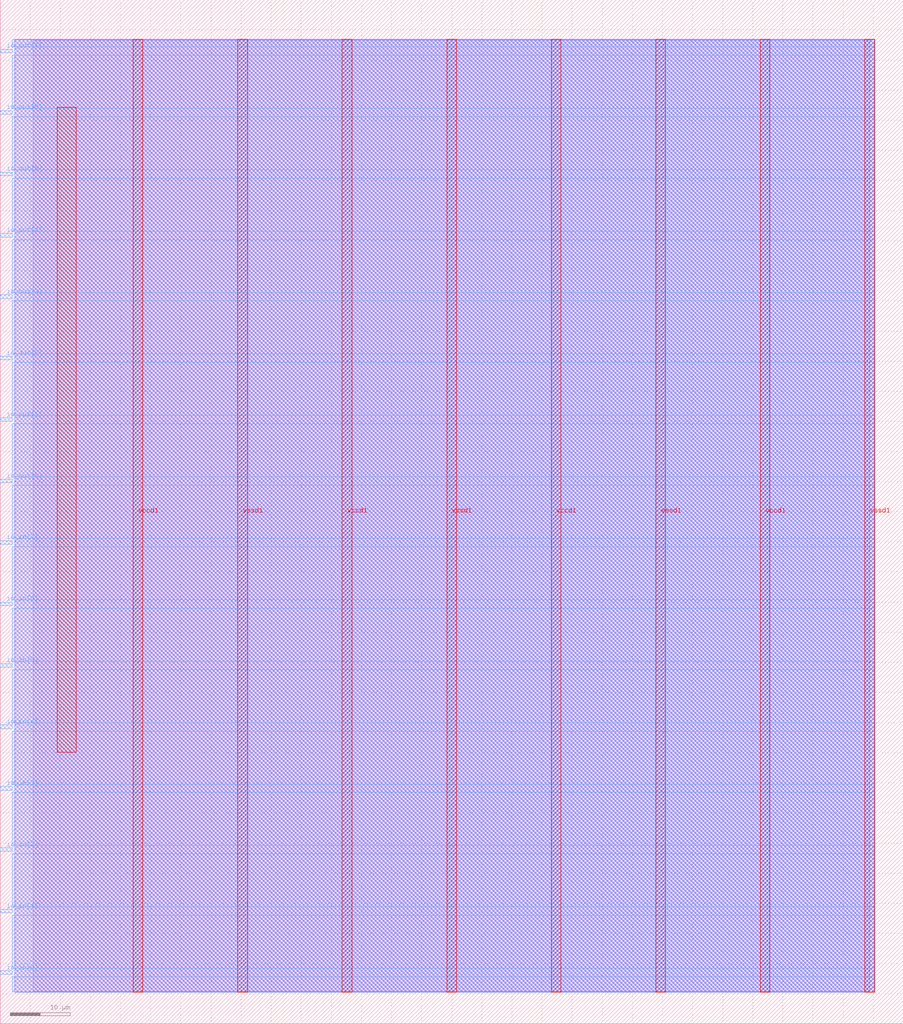
<source format=lef>
VERSION 5.7 ;
  NOWIREEXTENSIONATPIN ON ;
  DIVIDERCHAR "/" ;
  BUSBITCHARS "[]" ;
MACRO user_module_341164910646919762
  CLASS BLOCK ;
  FOREIGN user_module_341164910646919762 ;
  ORIGIN 0.000 0.000 ;
  SIZE 150.000 BY 170.000 ;
  PIN io_in[0]
    DIRECTION INPUT ;
    USE SIGNAL ;
    PORT
      LAYER met3 ;
        RECT 0.000 8.200 2.000 8.800 ;
    END
  END io_in[0]
  PIN io_in[1]
    DIRECTION INPUT ;
    USE SIGNAL ;
    PORT
      LAYER met3 ;
        RECT 0.000 18.400 2.000 19.000 ;
    END
  END io_in[1]
  PIN io_in[2]
    DIRECTION INPUT ;
    USE SIGNAL ;
    PORT
      LAYER met3 ;
        RECT 0.000 28.600 2.000 29.200 ;
    END
  END io_in[2]
  PIN io_in[3]
    DIRECTION INPUT ;
    USE SIGNAL ;
    PORT
      LAYER met3 ;
        RECT 0.000 38.800 2.000 39.400 ;
    END
  END io_in[3]
  PIN io_in[4]
    DIRECTION INPUT ;
    USE SIGNAL ;
    PORT
      LAYER met3 ;
        RECT 0.000 49.000 2.000 49.600 ;
    END
  END io_in[4]
  PIN io_in[5]
    DIRECTION INPUT ;
    USE SIGNAL ;
    PORT
      LAYER met3 ;
        RECT 0.000 59.200 2.000 59.800 ;
    END
  END io_in[5]
  PIN io_in[6]
    DIRECTION INPUT ;
    USE SIGNAL ;
    PORT
      LAYER met3 ;
        RECT 0.000 69.400 2.000 70.000 ;
    END
  END io_in[6]
  PIN io_in[7]
    DIRECTION INPUT ;
    USE SIGNAL ;
    PORT
      LAYER met3 ;
        RECT 0.000 79.600 2.000 80.200 ;
    END
  END io_in[7]
  PIN io_out[0]
    DIRECTION OUTPUT TRISTATE ;
    USE SIGNAL ;
    PORT
      LAYER met3 ;
        RECT 0.000 89.800 2.000 90.400 ;
    END
  END io_out[0]
  PIN io_out[1]
    DIRECTION OUTPUT TRISTATE ;
    USE SIGNAL ;
    PORT
      LAYER met3 ;
        RECT 0.000 100.000 2.000 100.600 ;
    END
  END io_out[1]
  PIN io_out[2]
    DIRECTION OUTPUT TRISTATE ;
    USE SIGNAL ;
    PORT
      LAYER met3 ;
        RECT 0.000 110.200 2.000 110.800 ;
    END
  END io_out[2]
  PIN io_out[3]
    DIRECTION OUTPUT TRISTATE ;
    USE SIGNAL ;
    PORT
      LAYER met3 ;
        RECT 0.000 120.400 2.000 121.000 ;
    END
  END io_out[3]
  PIN io_out[4]
    DIRECTION OUTPUT TRISTATE ;
    USE SIGNAL ;
    PORT
      LAYER met3 ;
        RECT 0.000 130.600 2.000 131.200 ;
    END
  END io_out[4]
  PIN io_out[5]
    DIRECTION OUTPUT TRISTATE ;
    USE SIGNAL ;
    PORT
      LAYER met3 ;
        RECT 0.000 140.800 2.000 141.400 ;
    END
  END io_out[5]
  PIN io_out[6]
    DIRECTION OUTPUT TRISTATE ;
    USE SIGNAL ;
    PORT
      LAYER met3 ;
        RECT 0.000 151.000 2.000 151.600 ;
    END
  END io_out[6]
  PIN io_out[7]
    DIRECTION OUTPUT TRISTATE ;
    USE SIGNAL ;
    PORT
      LAYER met3 ;
        RECT 0.000 161.200 2.000 161.800 ;
    END
  END io_out[7]
  PIN vccd1
    DIRECTION INOUT ;
    USE POWER ;
    PORT
      LAYER met4 ;
        RECT 22.085 5.200 23.685 163.440 ;
    END
    PORT
      LAYER met4 ;
        RECT 56.815 5.200 58.415 163.440 ;
    END
    PORT
      LAYER met4 ;
        RECT 91.545 5.200 93.145 163.440 ;
    END
    PORT
      LAYER met4 ;
        RECT 126.275 5.200 127.875 163.440 ;
    END
  END vccd1
  PIN vssd1
    DIRECTION INOUT ;
    USE GROUND ;
    PORT
      LAYER met4 ;
        RECT 39.450 5.200 41.050 163.440 ;
    END
    PORT
      LAYER met4 ;
        RECT 74.180 5.200 75.780 163.440 ;
    END
    PORT
      LAYER met4 ;
        RECT 108.910 5.200 110.510 163.440 ;
    END
    PORT
      LAYER met4 ;
        RECT 143.640 5.200 145.240 163.440 ;
    END
  END vssd1
  OBS
      LAYER li1 ;
        RECT 5.520 5.355 144.440 163.285 ;
      LAYER met1 ;
        RECT 2.370 5.200 145.240 163.440 ;
      LAYER met2 ;
        RECT 2.390 5.255 145.210 163.385 ;
      LAYER met3 ;
        RECT 2.000 162.200 145.230 163.365 ;
        RECT 2.400 160.800 145.230 162.200 ;
        RECT 2.000 152.000 145.230 160.800 ;
        RECT 2.400 150.600 145.230 152.000 ;
        RECT 2.000 141.800 145.230 150.600 ;
        RECT 2.400 140.400 145.230 141.800 ;
        RECT 2.000 131.600 145.230 140.400 ;
        RECT 2.400 130.200 145.230 131.600 ;
        RECT 2.000 121.400 145.230 130.200 ;
        RECT 2.400 120.000 145.230 121.400 ;
        RECT 2.000 111.200 145.230 120.000 ;
        RECT 2.400 109.800 145.230 111.200 ;
        RECT 2.000 101.000 145.230 109.800 ;
        RECT 2.400 99.600 145.230 101.000 ;
        RECT 2.000 90.800 145.230 99.600 ;
        RECT 2.400 89.400 145.230 90.800 ;
        RECT 2.000 80.600 145.230 89.400 ;
        RECT 2.400 79.200 145.230 80.600 ;
        RECT 2.000 70.400 145.230 79.200 ;
        RECT 2.400 69.000 145.230 70.400 ;
        RECT 2.000 60.200 145.230 69.000 ;
        RECT 2.400 58.800 145.230 60.200 ;
        RECT 2.000 50.000 145.230 58.800 ;
        RECT 2.400 48.600 145.230 50.000 ;
        RECT 2.000 39.800 145.230 48.600 ;
        RECT 2.400 38.400 145.230 39.800 ;
        RECT 2.000 29.600 145.230 38.400 ;
        RECT 2.400 28.200 145.230 29.600 ;
        RECT 2.000 19.400 145.230 28.200 ;
        RECT 2.400 18.000 145.230 19.400 ;
        RECT 2.000 9.200 145.230 18.000 ;
        RECT 2.400 7.800 145.230 9.200 ;
        RECT 2.000 5.275 145.230 7.800 ;
      LAYER met4 ;
        RECT 9.495 45.055 12.585 152.145 ;
  END
END user_module_341164910646919762
END LIBRARY


</source>
